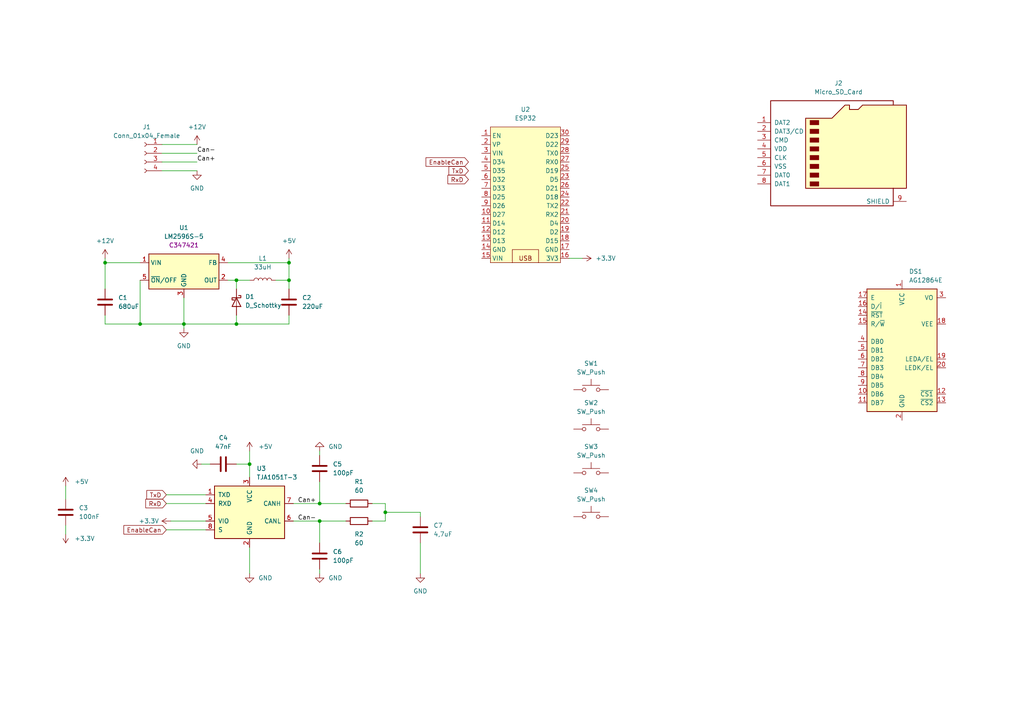
<source format=kicad_sch>
(kicad_sch (version 20211123) (generator eeschema)
  (paper "A4")
  (lib_symbols
    (symbol "Connector:Conn_01x04_Female" (pin_names (offset 1.016) hide)
      (property "Reference" "J" (at 0 5.08 0))
      (property "Value" "Conn_01x04_Female" (at 0 -7.62 0))
      (symbol "Conn_01x04_Female_1_1"
        (arc (start 0 -4.572) (mid -0.508 -5.08) (end 0 -5.588) (stroke (width 0.1524)))
        (arc (start 0 -2.032) (mid -0.508 -2.54) (end 0 -3.048) (stroke (width 0.1524)))
        (polyline (pts (xy -1.27 -5.08) (xy -0.508 -5.08)) (stroke (width 0.1524)))
        (polyline (pts (xy -1.27 -2.54) (xy -0.508 -2.54)) (stroke (width 0.1524)))
        (polyline (pts (xy -1.27 0) (xy -0.508 0)) (stroke (width 0.1524)))
        (polyline (pts (xy -1.27 2.54) (xy -0.508 2.54)) (stroke (width 0.1524)))
        (arc (start 0 0.508) (mid -0.508 0) (end 0 -0.508) (stroke (width 0.1524)))
        (arc (start 0 3.048) (mid -0.508 2.54) (end 0 2.032) (stroke (width 0.1524)))
        (pin passive line (at -5.08 2.54 0) (length 3.81) (name "Pin_1") (number "1"))
        (pin passive line (at -5.08 0 0) (length 3.81) (name "Pin_2") (number "2"))
        (pin passive line (at -5.08 -2.54 0) (length 3.81) (name "Pin_3") (number "3"))
        (pin passive line (at -5.08 -5.08 0) (length 3.81) (name "Pin_4") (number "4"))
      )
    )
    (symbol "Connector:Micro_SD_Card" (pin_names (offset 1.016))
      (property "Reference" "J" (at -16.51 15.24 0))
      (property "Value" "Micro_SD_Card" (at 16.51 15.24 0))
      (symbol "Micro_SD_Card_0_1"
        (rectangle (start -7.62 -9.525) (end -5.08 -10.795) (fill (type outline)))
        (rectangle (start -7.62 -6.985) (end -5.08 -8.255) (fill (type outline)))
        (rectangle (start -7.62 -4.445) (end -5.08 -5.715) (fill (type outline)))
        (rectangle (start -7.62 -1.905) (end -5.08 -3.175) (fill (type outline)))
        (rectangle (start -7.62 0.635) (end -5.08 -0.635) (fill (type outline)))
        (rectangle (start -7.62 3.175) (end -5.08 1.905) (fill (type outline)))
        (rectangle (start -7.62 5.715) (end -5.08 4.445) (fill (type outline)))
        (rectangle (start -7.62 8.255) (end -5.08 6.985) (fill (type outline)))
        (polyline (pts (xy 16.51 12.7) (xy 16.51 13.97) (xy -19.05 13.97) (xy -19.05 -16.51) (xy 16.51 -16.51) (xy 16.51 -11.43)) (stroke (width 0.254)))
        (polyline (pts (xy -8.89 -11.43) (xy -8.89 8.89) (xy -1.27 8.89) (xy 2.54 12.7) (xy 3.81 12.7) (xy 3.81 11.43) (xy 6.35 11.43) (xy 7.62 12.7) (xy 20.32 12.7) (xy 20.32 -11.43) (xy -8.89 -11.43)) (stroke (width 0.254)) (fill (type background)))
      )
      (symbol "Micro_SD_Card_1_1"
        (pin bidirectional line (at -22.86 7.62 0) (length 3.81) (name "DAT2") (number "1"))
        (pin bidirectional line (at -22.86 5.08 0) (length 3.81) (name "DAT3/CD") (number "2"))
        (pin input line (at -22.86 2.54 0) (length 3.81) (name "CMD") (number "3"))
        (pin power_in line (at -22.86 0 0) (length 3.81) (name "VDD") (number "4"))
        (pin input line (at -22.86 -2.54 0) (length 3.81) (name "CLK") (number "5"))
        (pin power_in line (at -22.86 -5.08 0) (length 3.81) (name "VSS") (number "6"))
        (pin bidirectional line (at -22.86 -7.62 0) (length 3.81) (name "DAT0") (number "7"))
        (pin bidirectional line (at -22.86 -10.16 0) (length 3.81) (name "DAT1") (number "8"))
        (pin passive line (at 20.32 -15.24 180) (length 3.81) (name "SHIELD") (number "9"))
      )
    )
    (symbol "Device:C" (pin_numbers hide) (pin_names (offset 0.254))
      (property "Reference" "C" (at 0.635 2.54 0))
      (property "Value" "C" (at 0.635 -2.54 0))
      (symbol "C_0_1"
        (polyline (pts (xy -2.032 -0.762) (xy 2.032 -0.762)) (stroke (width 0.508)))
        (polyline (pts (xy -2.032 0.762) (xy 2.032 0.762)) (stroke (width 0.508)))
      )
      (symbol "C_1_1"
        (pin passive line (at 0 3.81 270) (length 2.794) (name "~") (number "1"))
        (pin passive line (at 0 -3.81 90) (length 2.794) (name "~") (number "2"))
      )
    )
    (symbol "Device:D_Schottky" (pin_numbers hide) (pin_names (offset 1.016) hide)
      (property "Reference" "D" (at 0 2.54 0))
      (property "Value" "D_Schottky" (at 0 -2.54 0))
      (symbol "D_Schottky_0_1"
        (polyline (pts (xy 1.27 0) (xy -1.27 0)))
        (polyline (pts (xy 1.27 1.27) (xy 1.27 -1.27) (xy -1.27 0) (xy 1.27 1.27)) (stroke (width 0.254)))
        (polyline (pts (xy -1.905 0.635) (xy -1.905 1.27) (xy -1.27 1.27) (xy -1.27 -1.27) (xy -0.635 -1.27) (xy -0.635 -0.635)) (stroke (width 0.254)))
      )
      (symbol "D_Schottky_1_1"
        (pin passive line (at -3.81 0 0) (length 2.54) (name "K") (number "1"))
        (pin passive line (at 3.81 0 180) (length 2.54) (name "A") (number "2"))
      )
    )
    (symbol "Device:L" (pin_numbers hide) (pin_names (offset 1.016) hide)
      (property "Reference" "L" (at -1.27 0 90))
      (property "Value" "L" (at 1.905 0 90))
      (symbol "L_0_1"
        (arc (start 0 -2.54) (mid 0.635 -1.905) (end 0 -1.27))
        (arc (start 0 -1.27) (mid 0.635 -0.635) (end 0 0))
        (arc (start 0 0) (mid 0.635 0.635) (end 0 1.27))
        (arc (start 0 1.27) (mid 0.635 1.905) (end 0 2.54))
      )
      (symbol "L_1_1"
        (pin passive line (at 0 3.81 270) (length 1.27) (name "1") (number "1"))
        (pin passive line (at 0 -3.81 90) (length 1.27) (name "2") (number "2"))
      )
    )
    (symbol "Device:R" (pin_numbers hide) (pin_names (offset 0))
      (property "Reference" "R" (at 2.032 0 90))
      (property "Value" "R" (at 0 0 90))
      (symbol "R_0_1"
        (rectangle (start -1.016 -2.54) (end 1.016 2.54) (stroke (width 0.254)))
      )
      (symbol "R_1_1"
        (pin passive line (at 0 3.81 270) (length 1.27) (name "~") (number "1"))
        (pin passive line (at 0 -3.81 90) (length 1.27) (name "~") (number "2"))
      )
    )
    (symbol "Display_Graphic:AG12864E" (pin_names (offset 1.016))
      (property "Reference" "DS" (at -8.382 19.05 0))
      (property "Value" "AG12864E" (at 5.588 19.05 0))
      (symbol "AG12864E_0_1"
        (rectangle (start -10.16 17.78) (end 10.16 -17.78) (stroke (width 0.254)) (fill (type background)))
      )
      (symbol "AG12864E_1_1"
        (pin power_in line (at 0 20.32 270) (length 2.54) (name "VCC") (number "1"))
        (pin bidirectional line (at -12.7 -12.7 0) (length 2.54) (name "DB6") (number "10"))
        (pin bidirectional line (at -12.7 -15.24 0) (length 2.54) (name "DB7") (number "11"))
        (pin input line (at 12.7 -12.7 180) (length 2.54) (name "~{CS1}") (number "12"))
        (pin input line (at 12.7 -15.24 180) (length 2.54) (name "~{CS2}") (number "13"))
        (pin input line (at -12.7 10.16 0) (length 2.54) (name "~{RST}") (number "14"))
        (pin input line (at -12.7 7.62 0) (length 2.54) (name "R/~{W}") (number "15"))
        (pin input line (at -12.7 12.7 0) (length 2.54) (name "D/~{I}") (number "16"))
        (pin input line (at -12.7 15.24 0) (length 2.54) (name "E") (number "17"))
        (pin passive line (at 12.7 7.62 180) (length 2.54) (name "VEE") (number "18"))
        (pin passive line (at 12.7 -2.54 180) (length 2.54) (name "LEDA/EL") (number "19"))
        (pin power_in line (at 0 -20.32 90) (length 2.54) (name "GND") (number "2"))
        (pin passive line (at 12.7 -5.08 180) (length 2.54) (name "LEDK/EL") (number "20"))
        (pin passive line (at 12.7 15.24 180) (length 2.54) (name "VO") (number "3"))
        (pin bidirectional line (at -12.7 2.54 0) (length 2.54) (name "DB0") (number "4"))
        (pin bidirectional line (at -12.7 0 0) (length 2.54) (name "DB1") (number "5"))
        (pin bidirectional line (at -12.7 -2.54 0) (length 2.54) (name "DB2") (number "6"))
        (pin bidirectional line (at -12.7 -5.08 0) (length 2.54) (name "DB3") (number "7"))
        (pin bidirectional line (at -12.7 -7.62 0) (length 2.54) (name "DB4") (number "8"))
        (pin bidirectional line (at -12.7 -10.16 0) (length 2.54) (name "DB5") (number "9"))
      )
    )
    (symbol "GND_1" (power) (pin_names (offset 0))
      (property "Value" "GND_1" (at 0 -3.81 0))
      (symbol "GND_1_0_1"
        (polyline (pts (xy 0 0) (xy 0 -1.27) (xy 1.27 -1.27) (xy 0 -2.54) (xy -1.27 -1.27) (xy 0 -1.27)))
      )
      (symbol "GND_1_1_1"
        (pin power_in line (at 0 0 270) (length 0) hide (name "GND") (number "1"))
      )
    )
    (symbol "Interface_CAN_LIN:TJA1051T-3" (pin_names (offset 1.016))
      (property "Reference" "U" (at -10.16 8.89 0))
      (property "Value" "TJA1051T-3" (at 1.27 8.89 0))
      (symbol "TJA1051T-3_0_1"
        (rectangle (start -10.16 7.62) (end 10.16 -7.62) (stroke (width 0.254)) (fill (type background)))
      )
      (symbol "TJA1051T-3_1_1"
        (pin input line (at -12.7 5.08 0) (length 2.54) (name "TXD") (number "1"))
        (pin power_in line (at 0 -10.16 90) (length 2.54) (name "GND") (number "2"))
        (pin power_in line (at 0 10.16 270) (length 2.54) (name "VCC") (number "3"))
        (pin output line (at -12.7 2.54 0) (length 2.54) (name "RXD") (number "4"))
        (pin power_in line (at -12.7 -2.54 0) (length 2.54) (name "VIO") (number "5"))
        (pin bidirectional line (at 12.7 -2.54 180) (length 2.54) (name "CANL") (number "6"))
        (pin bidirectional line (at 12.7 2.54 180) (length 2.54) (name "CANH") (number "7"))
        (pin input line (at -12.7 -5.08 0) (length 2.54) (name "S") (number "8"))
      )
    )
    (symbol "New_Library_0:ESP32"
      (property "Reference" "U" (at 0 21.59 0))
      (property "Value" "ESP32" (at 0 24.13 0))
      (symbol "ESP32_0_0"
        (text "USB" (at 0 -19.05 0) (effects (font (size 1.27 1.27))))
      )
      (symbol "ESP32_0_1"
        (rectangle (start -10.16 19.05) (end 10.16 -20.32) (fill (type background)))
        (rectangle (start -3.81 -20.32) (end 3.81 -16.51))
      )
      (symbol "ESP32_1_1"
        (pin input line (at -12.7 16.51 0) (length 2.54) (name "EN") (number "1"))
        (pin input line (at -12.7 -6.35 0) (length 2.54) (name "D27") (number "10"))
        (pin input line (at -12.7 -8.89 0) (length 2.54) (name "D14") (number "11"))
        (pin input line (at -12.7 -11.43 0) (length 2.54) (name "D12") (number "12"))
        (pin input line (at -12.7 -13.97 0) (length 2.54) (name "D13") (number "13"))
        (pin input line (at -12.7 -16.51 0) (length 2.54) (name "GND") (number "14"))
        (pin input line (at -12.7 -19.05 0) (length 2.54) (name "VIN") (number "15"))
        (pin input line (at 12.7 -19.05 180) (length 2.54) (name "3V3") (number "16"))
        (pin input line (at 12.7 -16.51 180) (length 2.54) (name "GND") (number "17"))
        (pin input line (at 12.7 -13.97 180) (length 2.54) (name "D15") (number "18"))
        (pin input line (at 12.7 -11.43 180) (length 2.54) (name "D2") (number "19"))
        (pin input line (at -12.7 13.97 0) (length 2.54) (name "VP") (number "2"))
        (pin input line (at 12.7 -8.89 180) (length 2.54) (name "D4") (number "20"))
        (pin input line (at 12.7 -6.35 180) (length 2.54) (name "RX2") (number "21"))
        (pin input line (at 12.7 -3.81 180) (length 2.54) (name "TX2") (number "22"))
        (pin input line (at 12.7 3.81 180) (length 2.54) (name "D5") (number "23"))
        (pin input line (at 12.7 -1.27 180) (length 2.54) (name "D18") (number "24"))
        (pin input line (at 12.7 6.35 180) (length 2.54) (name "D19") (number "25"))
        (pin input line (at 12.7 1.27 180) (length 2.54) (name "D21") (number "26"))
        (pin input line (at 12.7 8.89 180) (length 2.54) (name "RX0") (number "27"))
        (pin input line (at 12.7 11.43 180) (length 2.54) (name "TX0") (number "28"))
        (pin input line (at 12.7 13.97 180) (length 2.54) (name "D22") (number "29"))
        (pin input line (at -12.7 11.43 0) (length 2.54) (name "VIN") (number "3"))
        (pin input line (at 12.7 16.51 180) (length 2.54) (name "D23") (number "30"))
        (pin input line (at -12.7 8.89 0) (length 2.54) (name "D34") (number "4"))
        (pin input line (at -12.7 6.35 0) (length 2.54) (name "D35") (number "5"))
        (pin input line (at -12.7 3.81 0) (length 2.54) (name "D32") (number "6"))
        (pin input line (at -12.7 1.27 0) (length 2.54) (name "D33") (number "7"))
        (pin input line (at -12.7 -1.27 0) (length 2.54) (name "D25") (number "8"))
        (pin input line (at -12.7 -3.81 0) (length 2.54) (name "D26") (number "9"))
      )
    )
    (symbol "Regulator_Switching:LM2596S-5"
      (property "Reference" "U" (at -10.16 6.35 0))
      (property "Value" "LM2596S-5" (at 0 6.35 0))
      (symbol "LM2596S-5_0_1"
        (rectangle (start -10.16 5.08) (end 10.16 -5.08) (stroke (width 0.254)) (fill (type background)))
      )
      (symbol "LM2596S-5_1_1"
        (pin power_in line (at -12.7 2.54 0) (length 2.54) (name "VIN") (number "1"))
        (pin output line (at 12.7 -2.54 180) (length 2.54) (name "OUT") (number "2"))
        (pin power_in line (at 0 -7.62 90) (length 2.54) (name "GND") (number "3"))
        (pin input line (at 12.7 2.54 180) (length 2.54) (name "FB") (number "4"))
        (pin input line (at -12.7 -2.54 0) (length 2.54) (name "~{ON}/OFF") (number "5"))
      )
    )
    (symbol "Switch:SW_Push" (pin_numbers hide) (pin_names (offset 1.016) hide)
      (property "Reference" "SW" (at 1.27 2.54 0))
      (property "Value" "SW_Push" (at 0 -1.524 0))
      (symbol "SW_Push_0_1"
        (circle (center -2.032 0) (radius 0.508))
        (polyline (pts (xy 0 1.27) (xy 0 3.048)))
        (polyline (pts (xy 2.54 1.27) (xy -2.54 1.27)))
        (circle (center 2.032 0) (radius 0.508))
        (pin passive line (at -5.08 0 0) (length 2.54) (name "1") (number "1"))
        (pin passive line (at 5.08 0 180) (length 2.54) (name "2") (number "2"))
      )
    )
    (symbol "power:+12V" (power) (pin_names (offset 0))
      (property "Value" "+12V" (at 0 3.556 0))
      (symbol "+12V_0_1"
        (polyline (pts (xy -0.762 1.27) (xy 0 2.54)))
        (polyline (pts (xy 0 0) (xy 0 2.54)))
        (polyline (pts (xy 0 2.54) (xy 0.762 1.27)))
      )
      (symbol "+12V_1_1"
        (pin power_in line (at 0 0 90) (length 0) hide (name "+12V") (number "1"))
      )
    )
    (symbol "power:+3.3V" (power) (pin_names (offset 0))
      (property "Value" "+3.3V" (at 0 3.556 0))
      (symbol "+3.3V_0_1"
        (polyline (pts (xy -0.762 1.27) (xy 0 2.54)))
        (polyline (pts (xy 0 0) (xy 0 2.54)))
        (polyline (pts (xy 0 2.54) (xy 0.762 1.27)))
      )
      (symbol "+3.3V_1_1"
        (pin power_in line (at 0 0 90) (length 0) hide (name "+3.3V") (number "1"))
      )
    )
    (symbol "power:+5V" (power) (pin_names (offset 0))
      (property "Value" "+5V" (at 0 3.556 0))
      (symbol "+5V_0_1"
        (polyline (pts (xy -0.762 1.27) (xy 0 2.54)))
        (polyline (pts (xy 0 0) (xy 0 2.54)))
        (polyline (pts (xy 0 2.54) (xy 0.762 1.27)))
      )
      (symbol "+5V_1_1"
        (pin power_in line (at 0 0 90) (length 0) hide (name "+5V") (number "1"))
      )
    )
    (symbol "power:GND" (power) (pin_names (offset 0))
      (property "Value" "GND" (at 0 -3.81 0))
      (symbol "GND_0_1"
        (polyline (pts (xy 0 0) (xy 0 -1.27) (xy 1.27 -1.27) (xy 0 -2.54) (xy -1.27 -1.27) (xy 0 -1.27)))
      )
      (symbol "GND_1_1"
        (pin power_in line (at 0 0 270) (length 0) hide (name "GND") (number "1"))
      )
    )
  )
  (junction (at 92.71 146.05))
  (junction (at 53.34 93.98))
  (junction (at 30.48 76.2))
  (junction (at 72.39 134.62))
  (junction (at 92.71 151.13))
  (junction (at 68.58 93.98))
  (junction (at 68.58 81.28))
  (junction (at 83.82 81.28))
  (junction (at 83.82 76.2))
  (junction (at 40.64 93.98))
  (junction (at 111.76 148.59))
  (wire (pts (xy 48.26 143.51) (xy 59.69 143.51)))
  (wire (pts (xy 168.91 74.93) (xy 165.1 74.93)))
  (wire (pts (xy 40.64 93.98) (xy 30.48 93.98)))
  (wire (pts (xy 46.99 41.91) (xy 57.15 41.91)))
  (wire (pts (xy 68.58 81.28) (xy 68.58 83.82)))
  (wire (pts (xy 58.42 134.62) (xy 60.96 134.62)))
  (wire (pts (xy 30.48 83.82) (xy 30.48 76.2)))
  (wire (pts (xy 92.71 130.81) (xy 92.71 132.08)))
  (wire (pts (xy 66.04 81.28) (xy 68.58 81.28)))
  (wire (pts (xy 19.05 154.94) (xy 19.05 152.4)))
  (wire (pts (xy 30.48 76.2) (xy 40.64 76.2)))
  (wire (pts (xy 100.33 151.13) (xy 92.71 151.13)))
  (wire (pts (xy 92.71 139.7) (xy 92.71 146.05)))
  (wire (pts (xy 53.34 93.98) (xy 53.34 86.36)))
  (wire (pts (xy 83.82 83.82) (xy 83.82 81.28)))
  (wire (pts (xy 111.76 148.59) (xy 121.92 148.59)))
  (wire (pts (xy 83.82 74.93) (xy 83.82 76.2)))
  (wire (pts (xy 53.34 93.98) (xy 68.58 93.98)))
  (wire (pts (xy 53.34 95.25) (xy 53.34 93.98)))
  (wire (pts (xy 92.71 146.05) (xy 85.09 146.05)))
  (wire (pts (xy 19.05 140.97) (xy 19.05 144.78)))
  (wire (pts (xy 68.58 81.28) (xy 72.39 81.28)))
  (wire (pts (xy 46.99 46.99) (xy 57.15 46.99)))
  (wire (pts (xy 121.92 148.59) (xy 121.92 149.86)))
  (wire (pts (xy 100.33 146.05) (xy 92.71 146.05)))
  (wire (pts (xy 121.92 157.48) (xy 121.92 166.37)))
  (wire (pts (xy 66.04 76.2) (xy 83.82 76.2)))
  (wire (pts (xy 111.76 146.05) (xy 111.76 148.59)))
  (wire (pts (xy 107.95 151.13) (xy 111.76 151.13)))
  (wire (pts (xy 46.99 44.45) (xy 57.15 44.45)))
  (wire (pts (xy 83.82 76.2) (xy 83.82 81.28)))
  (wire (pts (xy 40.64 81.28) (xy 40.64 93.98)))
  (wire (pts (xy 48.26 146.05) (xy 59.69 146.05)))
  (wire (pts (xy 68.58 93.98) (xy 83.82 93.98)))
  (wire (pts (xy 40.64 93.98) (xy 53.34 93.98)))
  (wire (pts (xy 30.48 74.93) (xy 30.48 76.2)))
  (wire (pts (xy 72.39 134.62) (xy 72.39 138.43)))
  (wire (pts (xy 48.26 153.67) (xy 59.69 153.67)))
  (wire (pts (xy 107.95 146.05) (xy 111.76 146.05)))
  (wire (pts (xy 72.39 166.37) (xy 72.39 158.75)))
  (wire (pts (xy 83.82 93.98) (xy 83.82 91.44)))
  (wire (pts (xy 92.71 151.13) (xy 85.09 151.13)))
  (wire (pts (xy 30.48 93.98) (xy 30.48 91.44)))
  (wire (pts (xy 68.58 93.98) (xy 68.58 91.44)))
  (wire (pts (xy 72.39 130.81) (xy 72.39 134.62)))
  (wire (pts (xy 49.53 151.13) (xy 59.69 151.13)))
  (wire (pts (xy 92.71 166.37) (xy 92.71 165.1)))
  (wire (pts (xy 68.58 134.62) (xy 72.39 134.62)))
  (wire (pts (xy 92.71 151.13) (xy 92.71 157.48)))
  (wire (pts (xy 46.99 49.53) (xy 57.15 49.53)))
  (wire (pts (xy 83.82 81.28) (xy 80.01 81.28)))
  (wire (pts (xy 111.76 148.59) (xy 111.76 151.13)))
  (label "Can+" (at 57.15 46.99 0))
  (label "Can-" (at 57.15 44.45 0))
  (label "Can-" (at 86.36 151.13 0))
  (label "Can+" (at 86.36 146.05 0))
  (global_label "EnableCan" (shape input) (at 135.89 46.99 180) (property "Referências entre as folhas" "${INTERSHEET_REFS}" (effects hide)))
  (global_label "TxD" (shape input) (at 135.89 49.53 180) (property "Referências entre as folhas" "${INTERSHEET_REFS}" (effects hide)))
  (global_label "RxD" (shape input) (at 135.89 52.07 180) (property "Referências entre as folhas" "${INTERSHEET_REFS}" (effects hide)))
  (global_label "EnableCan" (shape input) (at 48.26 153.67 180) (property "Referências entre as folhas" "${INTERSHEET_REFS}" (effects hide)))
  (global_label "RxD" (shape input) (at 48.26 146.05 180) (property "Referências entre as folhas" "${INTERSHEET_REFS}" (effects hide)))
  (global_label "TxD" (shape input) (at 48.26 143.51 180) (property "Referências entre as folhas" "${INTERSHEET_REFS}" (effects hide)))
  (symbol (lib_id "Switch:SW_Push") (at 171.45 137.16 0) (unit 1)
    (property "Reference" "SW3" (at 171.45 129.54 0))
    (property "Value" "SW_Push" (at 171.45 132.08 0))
    (property "Footprint" "Button_Switch_SMD:SW_SPST_PTS645" (effects hide))
  )
  (symbol (lib_id "Interface_CAN_LIN:TJA1051T-3") (at 72.39 148.59 0) (unit 1)
    (property "Reference" "U3" (at 74.4094 135.89 0) (effects (justify left)))
    (property "Value" "TJA1051T-3" (at 74.4094 138.43 0) (effects (justify left)))
    (property "Footprint" "Package_SO:SOIC-8_3.9x4.9mm_P1.27mm" (effects hide))
    (property "Datasheet" "http://www.nxp.com/documents/data_sheet/TJA1051.pdf" (effects hide))
  )
  (symbol (lib_id "power:+5V") (at 19.05 140.97 0) (unit 1)
    (property "Reference" "#PWR0112" (effects hide))
    (property "Value" "+5V" (at 21.59 139.6999 0) (effects (justify left)))
  )
  (symbol (lib_id "Device:C") (at 19.05 148.59 180) (unit 1)
    (property "Reference" "C3" (at 22.86 147.3199 0) (effects (justify right)))
    (property "Value" "100nF" (at 22.86 149.8599 0) (effects (justify right)))
    (property "Footprint" "Capacitor_SMD:C_0603_1608Metric_Pad1.08x0.95mm_HandSolder" (effects hide))
  )
  (symbol (lib_id "power:+3.3V") (at 19.05 154.94 180) (unit 1)
    (property "Reference" "#PWR0113" (effects hide))
    (property "Value" "+3.3V" (at 21.59 156.2099 0) (effects (justify right)))
  )
  (symbol (lib_id "Connector:Conn_01x04_Female") (at 41.91 44.45 0) (mirror y) (unit 1)
    (property "Reference" "J1" (at 42.545 36.83 0))
    (property "Value" "Conn_01x04_Female" (at 42.545 39.37 0))
    (property "Footprint" "TerminalBlock_Phoenix:TerminalBlock_Phoenix_MKDS-1,5-4-5.08_1x04_P5.08mm_Horizontal" (effects hide))
  )
  (symbol (lib_name "GND_1") (lib_id "power:GND") (at 72.39 166.37 0) (unit 1)
    (property "Reference" "#PWR0109" (effects hide))
    (property "Value" "GND" (at 74.93 167.6399 0) (effects (justify left)))
  )
  (symbol (lib_id "Device:D_Schottky") (at 68.58 87.63 270) (unit 1)
    (property "Reference" "D1" (at 71.12 86.0424 90) (effects (justify left)))
    (property "Value" "D_Schottky" (at 71.12 88.5824 90) (effects (justify left)))
    (property "Footprint" "Diode_SMD:D_SMB" (effects hide))
  )
  (symbol (lib_id "Switch:SW_Push") (at 171.45 113.03 0) (unit 1)
    (property "Reference" "SW1" (at 171.45 105.41 0))
    (property "Value" "SW_Push" (at 171.45 107.95 0))
    (property "Footprint" "Button_Switch_SMD:SW_SPST_PTS645" (effects hide))
  )
  (symbol (lib_id "Device:C") (at 92.71 161.29 180) (unit 1)
    (property "Reference" "C6" (at 96.52 160.0199 0) (effects (justify right)))
    (property "Value" "100pF" (at 96.52 162.5599 0) (effects (justify right)))
    (property "Footprint" "Capacitor_SMD:C_0603_1608Metric_Pad1.08x0.95mm_HandSolder" (effects hide))
  )
  (symbol (lib_name "GND_1") (lib_id "power:GND") (at 121.92 166.37 0) (unit 1)
    (property "Reference" "#PWR0111" (effects hide))
    (property "Value" "GND" (at 121.92 171.45 0))
  )
  (symbol (lib_name "GND_1") (lib_id "power:GND") (at 58.42 134.62 270) (unit 1)
    (property "Reference" "#PWR0114" (effects hide))
    (property "Value" "GND" (at 57.15 130.81 90))
  )
  (symbol (lib_id "Device:C") (at 92.71 135.89 0) (unit 1)
    (property "Reference" "C5" (at 96.52 134.6199 0) (effects (justify left)))
    (property "Value" "100pF" (at 96.52 137.1599 0) (effects (justify left)))
    (property "Footprint" "Capacitor_SMD:C_0603_1608Metric_Pad1.08x0.95mm_HandSolder" (effects hide))
  )
  (symbol (lib_id "power:+12V") (at 57.15 41.91 0) (unit 1)
    (property "Reference" "#PWR0101" (effects hide))
    (property "Value" "+12V" (at 57.15 36.83 0))
  )
  (symbol (lib_id "power:+3.3V") (at 49.53 151.13 90) (unit 1)
    (property "Reference" "#PWR0115" (effects hide))
    (property "Value" "+3.3V" (at 43.18 151.13 90))
  )
  (symbol (lib_id "Device:R") (at 104.14 146.05 90) (unit 1)
    (property "Reference" "R1" (at 104.14 139.7 90))
    (property "Value" "60" (at 104.14 142.24 90))
    (property "Footprint" "Resistor_SMD:R_0603_1608Metric_Pad0.98x0.95mm_HandSolder" (effects hide))
  )
  (symbol (lib_name "GND_1") (lib_id "power:GND") (at 92.71 166.37 0) (unit 1)
    (property "Reference" "#PWR0110" (effects hide))
    (property "Value" "GND" (at 95.25 167.6399 0) (effects (justify left)))
  )
  (symbol (lib_id "New_Library_0:ESP32") (at 152.4 55.88 0) (unit 1)
    (property "Reference" "U2" (at 152.4 31.75 0))
    (property "Value" "ESP32" (at 152.4 34.29 0))
    (property "Footprint" "Library:ESP32_DevKit" (effects hide))
  )
  (symbol (lib_id "Switch:SW_Push") (at 171.45 124.46 0) (unit 1)
    (property "Reference" "SW2" (at 171.45 116.84 0))
    (property "Value" "SW_Push" (at 171.45 119.38 0))
    (property "Footprint" "Button_Switch_SMD:SW_SPST_PTS645" (effects hide))
  )
  (symbol (lib_id "power:+5V") (at 72.39 130.81 0) (unit 1)
    (property "Reference" "#PWR0107" (effects hide))
    (property "Value" "+5V" (at 74.93 129.5399 0) (effects (justify left)))
  )
  (symbol (lib_id "Device:C") (at 83.82 87.63 0) (unit 1)
    (property "Reference" "C2" (at 87.63 86.3599 0) (effects (justify left)))
    (property "Value" "220uF" (at 87.63 88.8999 0) (effects (justify left)))
    (property "Footprint" "Capacitor_SMD:CP_Elec_6.3x5.4" (effects hide))
  )
  (symbol (lib_name "GND_1") (lib_id "power:GND") (at 92.71 130.81 180) (unit 1)
    (property "Reference" "#PWR0108" (effects hide))
    (property "Value" "GND" (at 95.25 129.5399 0) (effects (justify right)))
  )
  (symbol (lib_id "power:+3.3V") (at 168.91 74.93 270) (unit 1)
    (property "Reference" "#PWR0106" (effects hide))
    (property "Value" "+3.3V" (at 172.72 74.9299 90) (effects (justify left)))
  )
  (symbol (lib_id "power:GND") (at 57.15 49.53 0) (unit 1)
    (property "Reference" "#PWR0102" (effects hide))
    (property "Value" "GND" (at 57.15 54.61 0))
  )
  (symbol (lib_id "power:+5V") (at 83.82 74.93 0) (unit 1)
    (property "Reference" "#PWR0105" (effects hide))
    (property "Value" "+5V" (at 83.82 69.85 0))
  )
  (symbol (lib_id "Connector:Micro_SD_Card") (at 242.57 43.18 0) (unit 1)
    (property "Reference" "J2" (at 243.205 24.13 0))
    (property "Value" "Micro_SD_Card" (at 243.205 26.67 0))
    (property "Footprint" "Connector_Card:microSD_HC_Hirose_DM3D-SF" (effects hide))
    (property "Datasheet" "http://katalog.we-online.de/em/datasheet/693072010801.pdf" (effects hide))
  )
  (symbol (lib_id "Switch:SW_Push") (at 171.45 149.86 0) (unit 1)
    (property "Reference" "SW4" (at 171.45 142.24 0))
    (property "Value" "SW_Push" (at 171.45 144.78 0))
    (property "Footprint" "Button_Switch_SMD:SW_SPST_PTS645" (effects hide))
  )
  (symbol (lib_id "power:+12V") (at 30.48 74.93 0) (unit 1)
    (property "Reference" "#PWR0104" (effects hide))
    (property "Value" "+12V" (at 30.48 69.85 0))
  )
  (symbol (lib_id "Display_Graphic:AG12864E") (at 261.62 101.6 0) (unit 1)
    (property "Reference" "DS1" (at 263.6394 78.74 0) (effects (justify left)))
    (property "Value" "AG12864E" (at 263.6394 81.28 0) (effects (justify left)))
    (property "Footprint" "Display:AG12864E" (effects hide))
    (property "Datasheet" "https://www.digchip.com/datasheets/parts/datasheet/1121/AG-12864E-pdf.php" (effects hide))
  )
  (symbol (lib_id "Device:L") (at 76.2 81.28 90) (unit 1)
    (property "Reference" "L1" (at 76.2 74.93 90))
    (property "Value" "33uH" (at 76.2 77.47 90))
    (property "Footprint" "Inductor_SMD:L_12x12mm_H8mm" (effects hide))
  )
  (symbol (lib_id "Device:C") (at 30.48 87.63 0) (unit 1)
    (property "Reference" "C1" (at 34.29 86.3599 0) (effects (justify left)))
    (property "Value" "680uF" (at 34.29 88.8999 0) (effects (justify left)))
    (property "Footprint" "Capacitor_SMD:CP_Elec_10x10.5" (effects hide))
  )
  (symbol (lib_id "Regulator_Switching:LM2596S-5") (at 53.34 78.74 0) (unit 1)
    (property "Reference" "U1" (at 53.34 66.04 0))
    (property "Value" "LM2596S-5" (at 53.34 68.58 0))
    (property "Footprint" "Package_TO_SOT_SMD:TO-263-5_TabPin3" (effects hide))
    (property "Datasheet" "http://www.ti.com/lit/ds/symlink/lm2596.pdf" (effects hide))
    (property "LCSC" "C347421" (at 53.34 71.12 0))
  )
  (symbol (lib_id "Device:C") (at 121.92 153.67 180) (unit 1)
    (property "Reference" "C7" (at 125.73 152.3999 0) (effects (justify right)))
    (property "Value" "4,7uF" (at 125.73 154.9399 0) (effects (justify right)))
    (property "Footprint" "Capacitor_SMD:C_0603_1608Metric_Pad1.08x0.95mm_HandSolder" (effects hide))
  )
  (symbol (lib_id "Device:C") (at 64.77 134.62 270) (unit 1)
    (property "Reference" "C4" (at 64.77 127 90))
    (property "Value" "47nF" (at 64.77 129.54 90))
    (property "Footprint" "Capacitor_SMD:C_0603_1608Metric_Pad1.08x0.95mm_HandSolder" (effects hide))
  )
  (symbol (lib_id "Device:R") (at 104.14 151.13 90) (unit 1)
    (property "Reference" "R2" (at 104.14 154.94 90))
    (property "Value" "60" (at 104.14 157.48 90))
    (property "Footprint" "Resistor_SMD:R_0603_1608Metric_Pad0.98x0.95mm_HandSolder" (effects hide))
  )
  (symbol (lib_id "power:GND") (at 53.34 95.25 0) (unit 1)
    (property "Reference" "#PWR0103" (effects hide))
    (property "Value" "GND" (at 53.34 100.33 0))
  )
)
</source>
